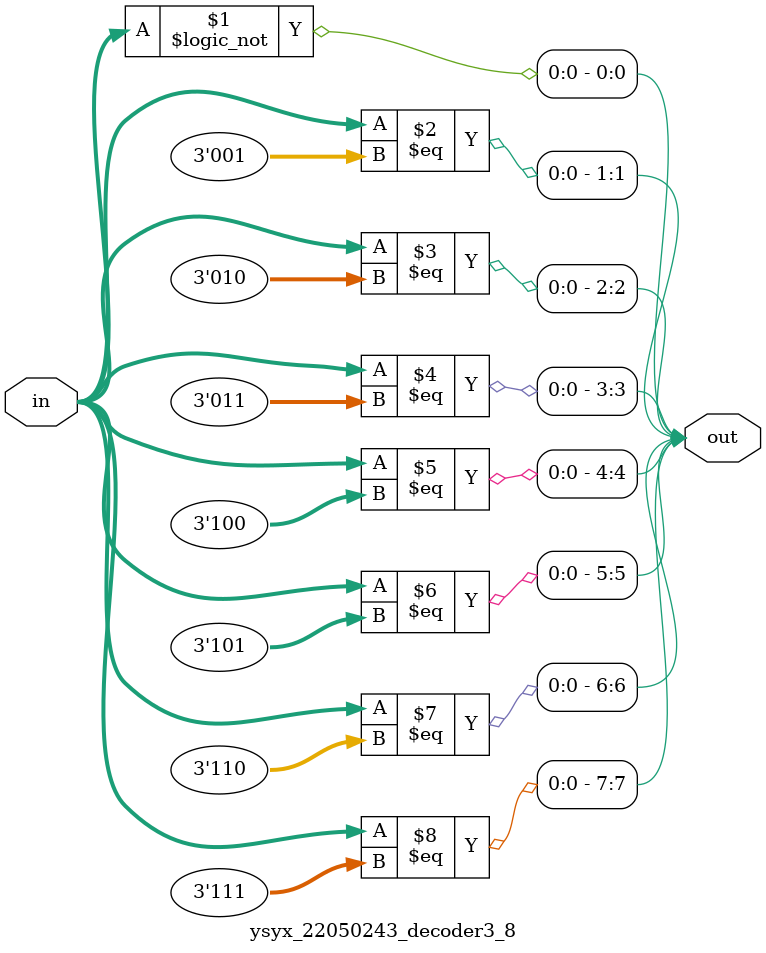
<source format=v>
module ysyx_22050243_decoder3_8 (
    input  wire [2:0] in,
    output wire [7:0] out
);
    genvar i;
    generate 
        for (i = 0; i < 8; i = i + 1) begin: decoder3_8
            assign out[i] = (in == i);
        end
    endgenerate

endmodule

</source>
